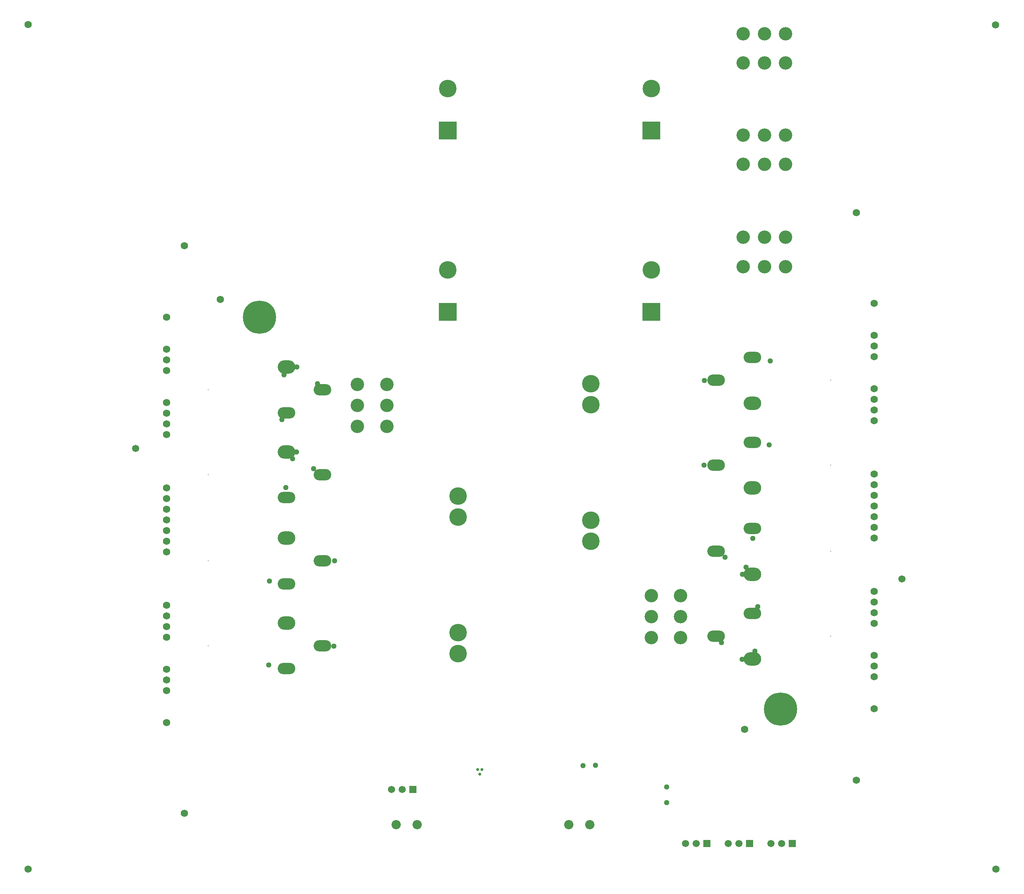
<source format=gbs>
G04*
G04 #@! TF.GenerationSoftware,Altium Limited,Altium Designer,18.0.12 (696)*
G04*
G04 Layer_Color=16711935*
%FSLAX23Y23*%
%MOIN*%
G70*
G01*
G75*
%ADD37O,0.165X0.126*%
%ADD38O,0.165X0.106*%
%ADD39C,0.008*%
%ADD40C,0.067*%
%ADD41R,0.067X0.067*%
%ADD42C,0.068*%
%ADD43C,0.087*%
%ADD44C,0.126*%
%ADD45C,0.051*%
%ADD46C,0.311*%
%ADD47C,0.165*%
%ADD48R,0.165X0.165*%
%ADD49C,0.028*%
D37*
X2615Y2504D02*
D03*
X6979Y4563D02*
D03*
X2615Y3299D02*
D03*
X6979Y3768D02*
D03*
X2615Y4107D02*
D03*
X6979Y2960D02*
D03*
X2615Y4902D02*
D03*
X6979Y2165D02*
D03*
D38*
X2953Y2290D02*
D03*
X2615Y2075D02*
D03*
X6979Y4992D02*
D03*
X6640Y4778D02*
D03*
X2953Y3085D02*
D03*
X2615Y2870D02*
D03*
X6979Y4197D02*
D03*
X6640Y3982D02*
D03*
X2953Y3893D02*
D03*
X2615Y3678D02*
D03*
X6979Y3389D02*
D03*
X6640Y3175D02*
D03*
X2953Y4688D02*
D03*
X2615Y4473D02*
D03*
X6979Y2594D02*
D03*
X6640Y2379D02*
D03*
D39*
X1882Y2290D02*
D03*
X7712Y4778D02*
D03*
X1882Y3085D02*
D03*
X7712Y3982D02*
D03*
X1882Y3893D02*
D03*
X7712Y3175D02*
D03*
X1882Y4688D02*
D03*
X7712Y2379D02*
D03*
D40*
X6354Y437D02*
D03*
X6454D02*
D03*
X7254D02*
D03*
X7154D02*
D03*
X3600Y942D02*
D03*
X3700D02*
D03*
X1201Y4138D02*
D03*
X6854Y437D02*
D03*
X6754D02*
D03*
X8378Y2917D02*
D03*
D41*
X6554Y437D02*
D03*
X7354D02*
D03*
X3800Y942D02*
D03*
X6954Y437D02*
D03*
D42*
X8119Y5499D02*
D03*
Y1699D02*
D03*
Y3799D02*
D03*
Y3899D02*
D03*
Y4599D02*
D03*
Y4499D02*
D03*
Y2699D02*
D03*
Y2599D02*
D03*
Y3599D02*
D03*
Y3699D02*
D03*
Y3399D02*
D03*
Y3499D02*
D03*
Y3299D02*
D03*
Y4699D02*
D03*
Y4399D02*
D03*
Y2799D02*
D03*
Y2499D02*
D03*
Y4999D02*
D03*
Y2099D02*
D03*
Y5099D02*
D03*
Y2199D02*
D03*
Y5199D02*
D03*
Y1999D02*
D03*
X1494Y1568D02*
D03*
Y5368D02*
D03*
Y3268D02*
D03*
Y3168D02*
D03*
Y2468D02*
D03*
Y2568D02*
D03*
Y4368D02*
D03*
Y4468D02*
D03*
Y3468D02*
D03*
Y3368D02*
D03*
Y3668D02*
D03*
Y3568D02*
D03*
Y3768D02*
D03*
Y2368D02*
D03*
Y2668D02*
D03*
Y4268D02*
D03*
Y4568D02*
D03*
Y2068D02*
D03*
Y4968D02*
D03*
Y1968D02*
D03*
Y4868D02*
D03*
Y1868D02*
D03*
Y5068D02*
D03*
X9256Y8110D02*
D03*
X6905Y1505D02*
D03*
X195Y196D02*
D03*
X197Y8111D02*
D03*
X9260Y196D02*
D03*
X1996Y5535D02*
D03*
X1660Y720D02*
D03*
X7954Y1030D02*
D03*
X1660Y6038D02*
D03*
X7954Y6348D02*
D03*
D43*
X5456Y611D02*
D03*
X5259D02*
D03*
X3641D02*
D03*
X3838D02*
D03*
D44*
X6032Y2365D02*
D03*
Y2562D02*
D03*
Y2759D02*
D03*
X6307Y2365D02*
D03*
Y2562D02*
D03*
Y2759D02*
D03*
X3280Y4345D02*
D03*
Y4542D02*
D03*
Y4739D02*
D03*
X3555Y4345D02*
D03*
Y4542D02*
D03*
Y4739D02*
D03*
X7288Y5844D02*
D03*
X7091D02*
D03*
X6894D02*
D03*
X7288Y6120D02*
D03*
X7091D02*
D03*
X6894D02*
D03*
Y7076D02*
D03*
X7091D02*
D03*
X7288D02*
D03*
X6894Y6801D02*
D03*
X7091D02*
D03*
X7288D02*
D03*
Y7752D02*
D03*
X7091D02*
D03*
X6894D02*
D03*
X7288Y8027D02*
D03*
X7091D02*
D03*
X6894D02*
D03*
D45*
X5392Y1166D02*
D03*
X5509Y1170D02*
D03*
X6175Y819D02*
D03*
X6176Y966D02*
D03*
X2449Y2109D02*
D03*
X2610Y3771D02*
D03*
X3059Y2287D02*
D03*
X2709Y4107D02*
D03*
X2457Y2897D02*
D03*
X2571Y4408D02*
D03*
X3067Y3086D02*
D03*
X2906Y4747D02*
D03*
X2591Y4830D02*
D03*
X2673Y4042D02*
D03*
X2713Y4904D02*
D03*
X2870Y3948D02*
D03*
X6723Y3119D02*
D03*
X6881Y2163D02*
D03*
X6920Y3025D02*
D03*
X7003Y2238D02*
D03*
X6688Y2320D02*
D03*
X6527Y3982D02*
D03*
X7028Y2656D02*
D03*
X7137Y4171D02*
D03*
X6885Y2960D02*
D03*
X6530Y4777D02*
D03*
X6983Y3297D02*
D03*
X7145Y4958D02*
D03*
D46*
X7242Y1696D02*
D03*
X2362Y5369D02*
D03*
D47*
X4224Y2217D02*
D03*
Y3693D02*
D03*
Y3496D02*
D03*
Y2413D02*
D03*
X6032Y7513D02*
D03*
X4127D02*
D03*
Y5812D02*
D03*
X6032D02*
D03*
X5465Y4746D02*
D03*
Y3270D02*
D03*
Y3467D02*
D03*
Y4549D02*
D03*
D48*
X6032Y7119D02*
D03*
X4127D02*
D03*
Y5418D02*
D03*
X6032D02*
D03*
D49*
X7188Y1789D02*
D03*
X7296D02*
D03*
X7350Y1696D02*
D03*
X7296Y1602D02*
D03*
X7188D02*
D03*
X7134Y1696D02*
D03*
X2416Y5275D02*
D03*
X2308D02*
D03*
X2254Y5369D02*
D03*
X2308Y5463D02*
D03*
X2416D02*
D03*
X2471Y5369D02*
D03*
X4445Y1130D02*
D03*
X4405D02*
D03*
X4425Y1086D02*
D03*
M02*

</source>
